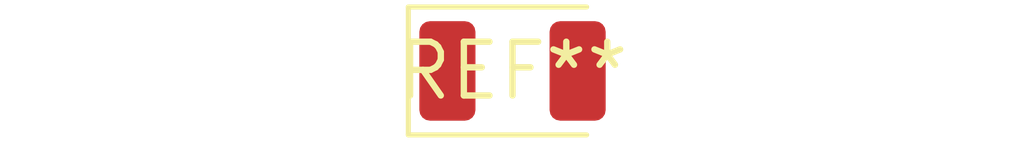
<source format=kicad_pcb>
(kicad_pcb (version 20240108) (generator pcbnew)
  (layers (0 "F.Cu" signal) (31 "B.Cu" signal) (34 "B.Paste" user) (35 "F.Paste" user) (36 "B.SilkS" user "B.Silkscreen") (37 "F.SilkS" user "F.Silkscreen") (38 "B.Mask" user) (39 "F.Mask" user) (44 "Edge.Cuts" user))
  (net 0 "")
  (footprint "CP_EIA-3528-15_AVX-H" (layer "F.Cu") (at 0 0)
    (property "Reference" "REF**")
    (property "Value" "CP_EIA-3528-15_AVX-H")
    (fp_line (start -2.46 -1.51) (end -2.46 1.51) (layer "F.SilkS") (stroke (width 0.12)))
    (fp_line (start -2.46 1.51) (end 1.75 1.51) (layer "F.SilkS") (stroke (width 0.12)))
    (fp_line (start 1.75 -1.51) (end -2.46 -1.51) (layer "F.SilkS") (stroke (width 0.12)))
    (pad "1" smd roundrect (at -1.5375 0) (size 1.325 2.35) (layers "F.Cu" "F.Paste" "F.Mask") (roundrect_rratio 0.188679))
    (pad "2" smd roundrect (at 1.5375 0) (size 1.325 2.35) (layers "F.Cu" "F.Paste" "F.Mask") (roundrect_rratio 0.188679))
  )
)
</source>
